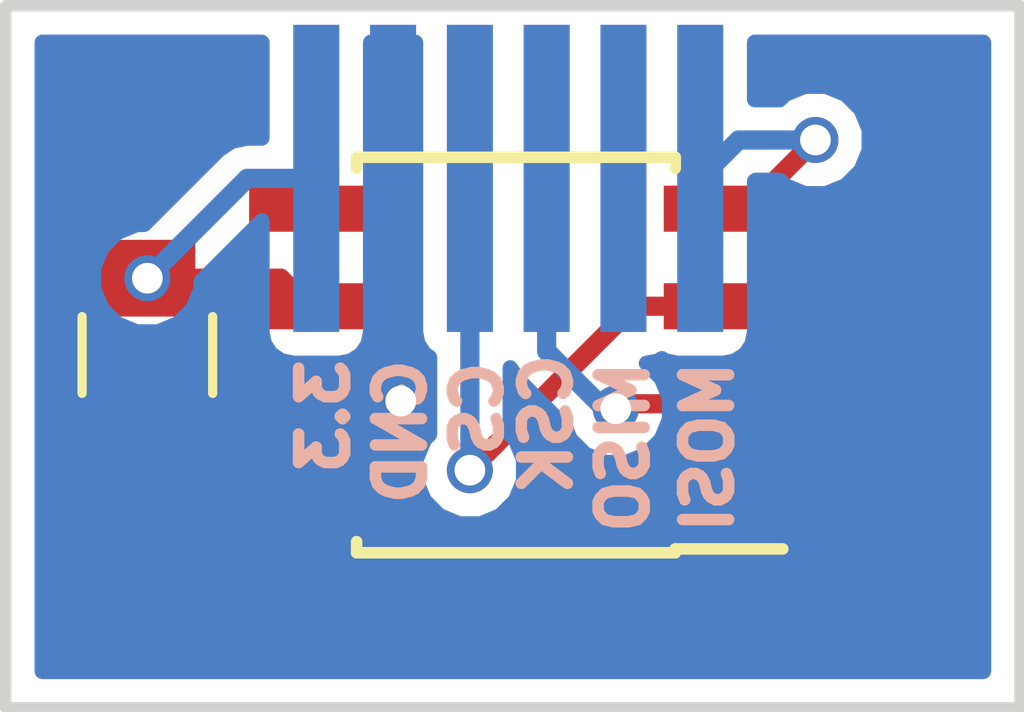
<source format=kicad_pcb>
(kicad_pcb (version 4) (host pcbnew 4.0.6)

  (general
    (links 7)
    (no_connects 5)
    (area -7.235 -4.647001 6.679001 4.647001)
    (thickness 1.6)
    (drawings 10)
    (tracks 29)
    (zones 0)
    (modules 3)
    (nets 10)
  )

  (page A4)
  (layers
    (0 F.Cu signal)
    (31 B.Cu signal)
    (32 B.Adhes user)
    (33 F.Adhes user)
    (34 B.Paste user)
    (35 F.Paste user)
    (36 B.SilkS user)
    (37 F.SilkS user)
    (38 B.Mask user)
    (39 F.Mask user)
    (40 Dwgs.User user)
    (41 Cmts.User user)
    (42 Eco1.User user)
    (43 Eco2.User user)
    (44 Edge.Cuts user)
    (45 Margin user)
    (46 B.CrtYd user hide)
    (47 F.CrtYd user)
    (48 B.Fab user hide)
    (49 F.Fab user hide)
  )

  (setup
    (last_trace_width 0.25)
    (trace_clearance 0.2)
    (zone_clearance 0.3)
    (zone_45_only no)
    (trace_min 0.2)
    (segment_width 0.2)
    (edge_width 0.15)
    (via_size 0.6)
    (via_drill 0.4)
    (via_min_size 0.4)
    (via_min_drill 0.3)
    (uvia_size 0.3)
    (uvia_drill 0.1)
    (uvias_allowed no)
    (uvia_min_size 0.2)
    (uvia_min_drill 0.1)
    (pcb_text_width 0.3)
    (pcb_text_size 1.5 1.5)
    (mod_edge_width 0.15)
    (mod_text_size 1 1)
    (mod_text_width 0.15)
    (pad_size 1.524 1.524)
    (pad_drill 0.762)
    (pad_to_mask_clearance 0.2)
    (aux_axis_origin 142.1892 100.076)
    (grid_origin 142.24 100.076)
    (visible_elements 7FFCFFFF)
    (pcbplotparams
      (layerselection 0x010f0_80000001)
      (usegerberextensions false)
      (excludeedgelayer true)
      (linewidth 0.100000)
      (plotframeref false)
      (viasonmask false)
      (mode 1)
      (useauxorigin false)
      (hpglpennumber 1)
      (hpglpenspeed 20)
      (hpglpendiameter 15)
      (hpglpenoverlay 2)
      (psnegative false)
      (psa4output false)
      (plotreference true)
      (plotvalue false)
      (plotinvisibletext false)
      (padsonsilk false)
      (subtractmaskfromsilk false)
      (outputformat 1)
      (mirror false)
      (drillshape 0)
      (scaleselection 1)
      (outputdirectory Gerber))
  )

  (net 0 "")
  (net 1 Earth)
  (net 2 +3V3)
  (net 3 MOSI)
  (net 4 MISO)
  (net 5 CSK)
  (net 6 CS)
  (net 7 "Net-(U1-Pad1)")
  (net 8 "Net-(U1-Pad5)")
  (net 9 "Net-(U1-Pad8)")

  (net_class Default "This is the default net class."
    (clearance 0.2)
    (trace_width 0.25)
    (via_dia 0.6)
    (via_drill 0.4)
    (uvia_dia 0.3)
    (uvia_drill 0.1)
    (add_net +3V3)
    (add_net CS)
    (add_net CSK)
    (add_net Earth)
    (add_net MISO)
    (add_net MOSI)
    (add_net "Net-(U1-Pad1)")
    (add_net "Net-(U1-Pad5)")
    (add_net "Net-(U1-Pad8)")
  )

  (module Capacitors_SMD:C_0805 (layer F.Cu) (tedit 59CE32B5) (tstamp 59CE2FC8)
    (at -4.76 -0.024 90)
    (descr "Capacitor SMD 0805, reflow soldering, AVX (see smccp.pdf)")
    (tags "capacitor 0805")
    (path /59CE2C26)
    (attr smd)
    (fp_text reference C1 (at 0 -1.5 90) (layer F.SilkS) hide
      (effects (font (size 1 1) (thickness 0.15)))
    )
    (fp_text value 1uF (at 0 1.75 90) (layer F.Fab) hide
      (effects (font (size 1 1) (thickness 0.15)))
    )
    (fp_text user %R (at 0 -1.5 90) (layer F.Fab) hide
      (effects (font (size 1 1) (thickness 0.15)))
    )
    (fp_line (start -1 0.62) (end -1 -0.62) (layer F.Fab) (width 0.1))
    (fp_line (start 1 0.62) (end -1 0.62) (layer F.Fab) (width 0.1))
    (fp_line (start 1 -0.62) (end 1 0.62) (layer F.Fab) (width 0.1))
    (fp_line (start -1 -0.62) (end 1 -0.62) (layer F.Fab) (width 0.1))
    (fp_line (start 0.5 -0.85) (end -0.5 -0.85) (layer F.SilkS) (width 0.12))
    (fp_line (start -0.5 0.85) (end 0.5 0.85) (layer F.SilkS) (width 0.12))
    (fp_line (start -1.75 -0.88) (end 1.75 -0.88) (layer F.CrtYd) (width 0.05))
    (fp_line (start -1.75 -0.88) (end -1.75 0.87) (layer F.CrtYd) (width 0.05))
    (fp_line (start 1.75 0.87) (end 1.75 -0.88) (layer F.CrtYd) (width 0.05))
    (fp_line (start 1.75 0.87) (end -1.75 0.87) (layer F.CrtYd) (width 0.05))
    (pad 1 smd rect (at -1 0 90) (size 1 1.25) (layers F.Cu F.Paste F.Mask)
      (net 1 Earth))
    (pad 2 smd rect (at 1 0 90) (size 1 1.25) (layers F.Cu F.Paste F.Mask)
      (net 2 +3V3))
    (model Capacitors_SMD.3dshapes/C_0805.wrl
      (at (xyz 0 0 0))
      (scale (xyz 1 1 1))
      (rotate (xyz 0 0 0))
    )
  )

  (module Housings_SOIC:SOIC-8_3.9x4.9mm_Pitch1.27mm (layer F.Cu) (tedit 59CE32B9) (tstamp 59CE2FDE)
    (at 0.04 -0.024 180)
    (descr "8-Lead Plastic Small Outline (SN) - Narrow, 3.90 mm Body [SOIC] (see Microchip Packaging Specification 00000049BS.pdf)")
    (tags "SOIC 1.27")
    (path /59CE2BA3)
    (attr smd)
    (fp_text reference U1 (at 0 -3.5 180) (layer F.SilkS) hide
      (effects (font (size 1 1) (thickness 0.15)))
    )
    (fp_text value TLE5012B (at 0 3.5 180) (layer F.Fab) hide
      (effects (font (size 1 1) (thickness 0.15)))
    )
    (fp_text user %R (at 0 0 180) (layer F.Fab) hide
      (effects (font (size 1 1) (thickness 0.15)))
    )
    (fp_line (start -0.95 -2.45) (end 1.95 -2.45) (layer F.Fab) (width 0.1))
    (fp_line (start 1.95 -2.45) (end 1.95 2.45) (layer F.Fab) (width 0.1))
    (fp_line (start 1.95 2.45) (end -1.95 2.45) (layer F.Fab) (width 0.1))
    (fp_line (start -1.95 2.45) (end -1.95 -1.45) (layer F.Fab) (width 0.1))
    (fp_line (start -1.95 -1.45) (end -0.95 -2.45) (layer F.Fab) (width 0.1))
    (fp_line (start -3.73 -2.7) (end -3.73 2.7) (layer F.CrtYd) (width 0.05))
    (fp_line (start 3.73 -2.7) (end 3.73 2.7) (layer F.CrtYd) (width 0.05))
    (fp_line (start -3.73 -2.7) (end 3.73 -2.7) (layer F.CrtYd) (width 0.05))
    (fp_line (start -3.73 2.7) (end 3.73 2.7) (layer F.CrtYd) (width 0.05))
    (fp_line (start -2.075 -2.575) (end -2.075 -2.525) (layer F.SilkS) (width 0.15))
    (fp_line (start 2.075 -2.575) (end 2.075 -2.43) (layer F.SilkS) (width 0.15))
    (fp_line (start 2.075 2.575) (end 2.075 2.43) (layer F.SilkS) (width 0.15))
    (fp_line (start -2.075 2.575) (end -2.075 2.43) (layer F.SilkS) (width 0.15))
    (fp_line (start -2.075 -2.575) (end 2.075 -2.575) (layer F.SilkS) (width 0.15))
    (fp_line (start -2.075 2.575) (end 2.075 2.575) (layer F.SilkS) (width 0.15))
    (fp_line (start -2.075 -2.525) (end -3.475 -2.525) (layer F.SilkS) (width 0.15))
    (pad 1 smd rect (at -2.7 -1.905 180) (size 1.55 0.6) (layers F.Cu F.Paste F.Mask)
      (net 7 "Net-(U1-Pad1)"))
    (pad 2 smd rect (at -2.7 -0.635 180) (size 1.55 0.6) (layers F.Cu F.Paste F.Mask)
      (net 5 CSK))
    (pad 3 smd rect (at -2.7 0.635 180) (size 1.55 0.6) (layers F.Cu F.Paste F.Mask)
      (net 6 CS))
    (pad 4 smd rect (at -2.7 1.905 180) (size 1.55 0.6) (layers F.Cu F.Paste F.Mask)
      (net 3 MOSI))
    (pad 5 smd rect (at 2.7 1.905 180) (size 1.55 0.6) (layers F.Cu F.Paste F.Mask)
      (net 8 "Net-(U1-Pad5)"))
    (pad 6 smd rect (at 2.7 0.635 180) (size 1.55 0.6) (layers F.Cu F.Paste F.Mask)
      (net 2 +3V3))
    (pad 7 smd rect (at 2.7 -0.635 180) (size 1.55 0.6) (layers F.Cu F.Paste F.Mask)
      (net 1 Earth))
    (pad 8 smd rect (at 2.7 -1.905 180) (size 1.55 0.6) (layers F.Cu F.Paste F.Mask)
      (net 9 "Net-(U1-Pad8)"))
    (model ${KISYS3DMOD}/Housings_SOIC.3dshapes/SOIC-8_3.9x4.9mm_Pitch1.27mm.wrl
      (at (xyz 0 0 0))
      (scale (xyz 1 1 1))
      (rotate (xyz 0 0 0))
    )
  )

  (module Dizzy:SPI_CONN (layer B.Cu) (tedit 5A081BAC) (tstamp 5A081B44)
    (at 0.14 0.676)
    (path /59CE2C77)
    (fp_text reference J1 (at 0 -0.5) (layer B.SilkS) hide
      (effects (font (size 1 1) (thickness 0.15)) (justify mirror))
    )
    (fp_text value CONN_01X06 (at 0 0.5) (layer B.Fab)
      (effects (font (size 1 1) (thickness 0.15)) (justify mirror))
    )
    (pad 1 smd rect (at -2.7 -3) (size 0.6 4) (layers B.Cu B.Paste B.Mask)
      (net 2 +3V3))
    (pad 2 smd rect (at -1.7 -3) (size 0.6 4) (layers B.Cu B.Paste B.Mask)
      (net 1 Earth))
    (pad 3 smd rect (at -0.7 -3) (size 0.6 4) (layers B.Cu B.Paste B.Mask)
      (net 6 CS))
    (pad 4 smd rect (at 0.3 -3) (size 0.6 4) (layers B.Cu B.Paste B.Mask)
      (net 5 CSK))
    (pad 5 smd rect (at 1.3 -3) (size 0.6 4) (layers B.Cu B.Paste B.Mask)
      (net 4 MISO))
    (pad 6 smd rect (at 2.3 -3) (size 0.6 4) (layers B.Cu B.Paste B.Mask)
      (net 3 MOSI))
  )

  (gr_text MOSI (at 2.54 1.176 90) (layer B.SilkS)
    (effects (font (size 0.6 0.6) (thickness 0.15)) (justify mirror))
  )
  (gr_text MISO (at 1.44 1.176 90) (layer B.SilkS)
    (effects (font (size 0.6 0.6) (thickness 0.15)) (justify mirror))
  )
  (gr_text CSK (at 0.44 0.876 90) (layer B.SilkS)
    (effects (font (size 0.6 0.6) (thickness 0.15)) (justify mirror))
  )
  (gr_text CS (at -0.46 0.676 90) (layer B.SilkS)
    (effects (font (size 0.6 0.6) (thickness 0.15)) (justify mirror))
  )
  (gr_text GND (at -1.46 0.976 90) (layer B.SilkS)
    (effects (font (size 0.6 0.6) (thickness 0.15)) (justify mirror))
  )
  (gr_text 3.3 (at -2.46 0.776 90) (layer B.SilkS)
    (effects (font (size 0.6 0.6) (thickness 0.15)) (justify mirror))
  )
  (gr_line (start -6.604 4.572) (end -6.604 -4.572) (layer Edge.Cuts) (width 0.15))
  (gr_line (start 6.604 4.572) (end -6.604 4.572) (layer Edge.Cuts) (width 0.15))
  (gr_line (start 6.604 -4.572) (end 6.604 4.572) (layer Edge.Cuts) (width 0.15))
  (gr_line (start -6.604 -4.572) (end 6.604 -4.572) (layer Edge.Cuts) (width 0.15))

  (segment (start -1.46 0.576) (end -1.46 -2.224) (width 0.25) (layer B.Cu) (net 1))
  (segment (start -1.46 -2.224) (end -1.56 -2.324) (width 0.25) (layer B.Cu) (net 1))
  (segment (start -2.66 0.611) (end -1.495 0.611) (width 0.25) (layer F.Cu) (net 1))
  (segment (start -1.495 0.611) (end -1.46 0.576) (width 0.25) (layer F.Cu) (net 1))
  (via (at -1.46 0.576) (size 0.6) (drill 0.4) (layers F.Cu B.Cu) (net 1))
  (segment (start -4.76 0.976) (end -3.025 0.976) (width 0.25) (layer F.Cu) (net 1))
  (segment (start -3.025 0.976) (end -2.66 0.611) (width 0.25) (layer F.Cu) (net 1))
  (segment (start -4.76 -1.024) (end -3.025 -1.024) (width 0.25) (layer F.Cu) (net 2))
  (segment (start -3.025 -1.024) (end -2.66 -0.659) (width 0.25) (layer F.Cu) (net 2))
  (segment (start -2.56 -2.324) (end -3.46 -2.324) (width 0.25) (layer B.Cu) (net 2))
  (segment (start -3.46 -2.324) (end -4.76 -1.024) (width 0.25) (layer B.Cu) (net 2))
  (via (at -4.76 -1.024) (size 0.6) (drill 0.4) (layers F.Cu B.Cu) (net 2))
  (segment (start 3.94 -2.824) (end 2.94 -2.824) (width 0.25) (layer B.Cu) (net 3))
  (segment (start 2.94 -2.824) (end 2.44 -2.324) (width 0.25) (layer B.Cu) (net 3))
  (segment (start 2.74 -1.929) (end 3.045 -1.929) (width 0.25) (layer F.Cu) (net 3))
  (segment (start 3.045 -1.929) (end 3.94 -2.824) (width 0.25) (layer F.Cu) (net 3))
  (via (at 3.94 -2.824) (size 0.6) (drill 0.4) (layers F.Cu B.Cu) (net 3))
  (segment (start 0.44 -0.074) (end 1.19 0.676) (width 0.25) (layer B.Cu) (net 5))
  (segment (start 0.44 -2.324) (end 0.44 -0.074) (width 0.25) (layer B.Cu) (net 5))
  (segment (start 2.74 0.611) (end 1.405006 0.611) (width 0.25) (layer F.Cu) (net 5))
  (segment (start 1.19 0.676) (end 1.340006 0.676) (width 0.25) (layer B.Cu) (net 5))
  (segment (start 1.405006 0.611) (end 1.340006 0.676) (width 0.25) (layer F.Cu) (net 5))
  (via (at 1.340006 0.676) (size 0.6) (drill 0.4) (layers F.Cu B.Cu) (net 5))
  (segment (start 1.575 -0.659) (end -0.260001 1.176001) (width 0.25) (layer F.Cu) (net 6))
  (segment (start 2.74 -0.659) (end 1.575 -0.659) (width 0.25) (layer F.Cu) (net 6))
  (segment (start -0.260001 1.176001) (end -0.56 1.476) (width 0.25) (layer F.Cu) (net 6))
  (segment (start -0.56 1.476) (end -0.56 1.051736) (width 0.25) (layer B.Cu) (net 6))
  (segment (start -0.56 1.051736) (end -0.56 -2.324) (width 0.25) (layer B.Cu) (net 6))
  (via (at -0.56 1.476) (size 0.6) (drill 0.4) (layers F.Cu B.Cu) (net 6))

  (zone (net 1) (net_name Earth) (layer B.Cu) (tstamp 0) (hatch edge 0.508)
    (connect_pads yes (clearance 0.3))
    (min_thickness 0.2)
    (fill yes (arc_segments 16) (thermal_gap 0.508) (thermal_bridge_width 0.508))
    (polygon
      (pts
        (xy -6.604 -4.572) (xy 6.604 -4.572) (xy 6.604 4.572) (xy -6.604 4.572)
      )
    )
    (filled_polygon
      (pts
        (xy -3.267836 -2.849) (xy -3.46 -2.849) (xy -3.660909 -2.809037) (xy -3.831231 -2.695231) (xy -4.802425 -1.724037)
        (xy -4.898628 -1.724121) (xy -5.156 -1.617777) (xy -5.353085 -1.421036) (xy -5.459878 -1.16385) (xy -5.460121 -0.885372)
        (xy -5.353777 -0.628) (xy -5.157036 -0.430915) (xy -4.89985 -0.324122) (xy -4.621372 -0.323879) (xy -4.364 -0.430223)
        (xy -4.166915 -0.626964) (xy -4.060122 -0.88415) (xy -4.060037 -0.981501) (xy -3.267836 -1.773702) (xy -3.267836 -0.324)
        (xy -3.239944 -0.175769) (xy -3.15234 -0.039628) (xy -3.018671 0.051704) (xy -2.86 0.083836) (xy -2.26 0.083836)
        (xy -2.111769 0.055944) (xy -1.975628 -0.03166) (xy -1.884296 -0.165329) (xy -1.852164 -0.324) (xy -1.852164 -4.097)
        (xy -1.267836 -4.097) (xy -1.267836 -0.324) (xy -1.239944 -0.175769) (xy -1.15234 -0.039628) (xy -1.085 0.006383)
        (xy -1.085 1.010998) (xy -1.153085 1.078964) (xy -1.259878 1.33615) (xy -1.260121 1.614628) (xy -1.153777 1.872)
        (xy -0.957036 2.069085) (xy -0.69985 2.175878) (xy -0.421372 2.176121) (xy -0.164 2.069777) (xy 0.033085 1.873036)
        (xy 0.139878 1.61585) (xy 0.140121 1.337372) (xy 0.033777 1.08) (xy -0.035 1.011103) (xy -0.035 0.14193)
        (xy 0.068769 0.297231) (xy 0.67771 0.906172) (xy 0.746229 1.072) (xy 0.94297 1.269085) (xy 1.200156 1.375878)
        (xy 1.478634 1.376121) (xy 1.736006 1.269777) (xy 1.933091 1.073036) (xy 2.039884 0.81585) (xy 2.040127 0.537372)
        (xy 1.933783 0.28) (xy 1.737961 0.083836) (xy 1.74 0.083836) (xy 1.888231 0.055944) (xy 1.939372 0.023036)
        (xy 1.981329 0.051704) (xy 2.14 0.083836) (xy 2.74 0.083836) (xy 2.888231 0.055944) (xy 3.024372 -0.03166)
        (xy 3.115704 -0.165329) (xy 3.147836 -0.324) (xy 3.147836 -2.289374) (xy 3.157462 -2.299) (xy 3.474998 -2.299)
        (xy 3.542964 -2.230915) (xy 3.80015 -2.124122) (xy 4.078628 -2.123879) (xy 4.336 -2.230223) (xy 4.533085 -2.426964)
        (xy 4.639878 -2.68415) (xy 4.640121 -2.962628) (xy 4.533777 -3.22) (xy 4.337036 -3.417085) (xy 4.07985 -3.523878)
        (xy 3.801372 -3.524121) (xy 3.544 -3.417777) (xy 3.475103 -3.349) (xy 3.147836 -3.349) (xy 3.147836 -4.097)
        (xy 6.129 -4.097) (xy 6.129 4.097) (xy -6.129 4.097) (xy -6.129 -4.097) (xy -3.267836 -4.097)
      )
    )
  )
)

</source>
